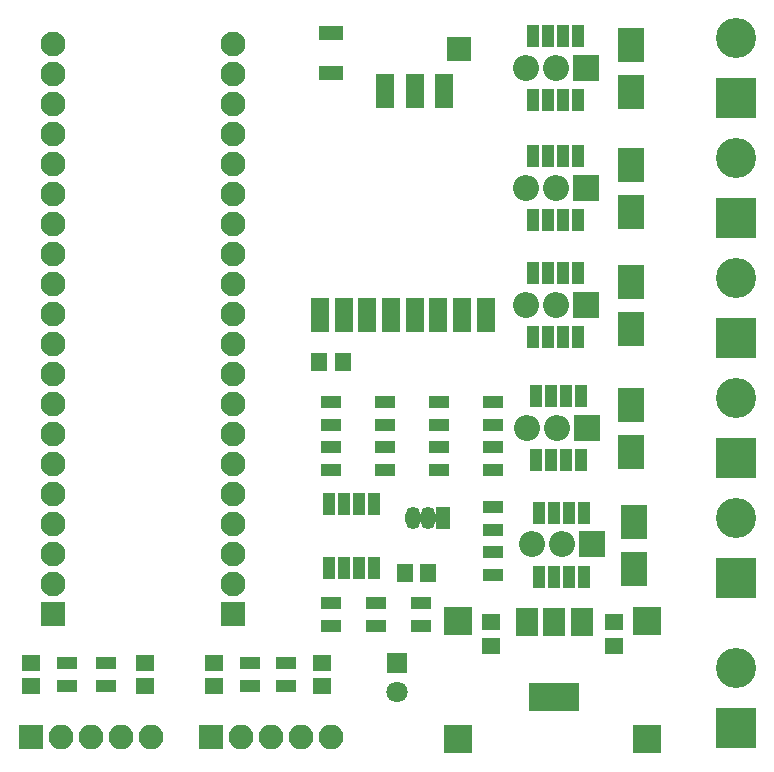
<source format=gts>
G04 #@! TF.FileFunction,Soldermask,Top*
%FSLAX46Y46*%
G04 Gerber Fmt 4.6, Leading zero omitted, Abs format (unit mm)*
G04 Created by KiCad (PCBNEW 4.0.7) date 08/30/18 09:04:44*
%MOMM*%
%LPD*%
G01*
G04 APERTURE LIST*
%ADD10C,0.100000*%
%ADD11R,2.200000X2.200000*%
%ADD12O,2.200000X2.200000*%
%ADD13R,1.000000X1.950000*%
%ADD14R,1.600000X2.924000*%
%ADD15R,1.650000X1.400000*%
%ADD16R,1.400000X1.650000*%
%ADD17R,2.200000X2.900000*%
%ADD18R,3.400000X3.400000*%
%ADD19C,3.400000*%
%ADD20R,2.100000X2.100000*%
%ADD21O,2.100000X2.100000*%
%ADD22R,1.700000X1.100000*%
%ADD23R,2.100000X1.300000*%
%ADD24O,1.300000X1.900000*%
%ADD25R,1.300000X1.900000*%
%ADD26R,1.800000X1.800000*%
%ADD27C,1.800000*%
%ADD28R,2.400000X2.400000*%
%ADD29R,4.200000X2.400000*%
%ADD30R,1.900000X2.400000*%
%ADD31C,2.100000*%
G04 APERTURE END LIST*
D10*
D11*
X203200000Y-73660000D03*
D12*
X200660000Y-73660000D03*
X198120000Y-73660000D03*
D11*
X203200000Y-83820000D03*
D12*
X200660000Y-83820000D03*
X198120000Y-83820000D03*
D11*
X203200000Y-93726000D03*
D12*
X200660000Y-93726000D03*
X198120000Y-93726000D03*
D11*
X203327000Y-104140000D03*
D12*
X200787000Y-104140000D03*
X198247000Y-104140000D03*
D11*
X203708000Y-113919000D03*
D12*
X201168000Y-113919000D03*
X198628000Y-113919000D03*
D13*
X185293000Y-110584000D03*
X184023000Y-110584000D03*
X182753000Y-110584000D03*
X181483000Y-110584000D03*
X181483000Y-115984000D03*
X182753000Y-115984000D03*
X184023000Y-115984000D03*
X185293000Y-115984000D03*
D14*
X180706000Y-94582000D03*
X182706000Y-94582000D03*
X184706000Y-94582000D03*
X186706000Y-94582000D03*
X188706000Y-94582000D03*
X190706000Y-94582000D03*
X192706000Y-94582000D03*
X194706000Y-94582000D03*
X188706000Y-75582000D03*
X186206000Y-75582000D03*
X191206000Y-75582000D03*
D15*
X165862000Y-123968000D03*
X165862000Y-125968000D03*
X180848000Y-123968000D03*
X180848000Y-125968000D03*
D16*
X180610000Y-98552000D03*
X182610000Y-98552000D03*
D17*
X207264000Y-116046000D03*
X207264000Y-112046000D03*
X207010000Y-95726000D03*
X207010000Y-91726000D03*
X207010000Y-75660000D03*
X207010000Y-71660000D03*
X207010000Y-106140000D03*
X207010000Y-102140000D03*
X207010000Y-85820000D03*
X207010000Y-81820000D03*
D18*
X215900000Y-129540000D03*
D19*
X215900000Y-124460000D03*
D20*
X156210000Y-130302000D03*
D21*
X158750000Y-130302000D03*
X161290000Y-130302000D03*
X163830000Y-130302000D03*
X166370000Y-130302000D03*
D20*
X171450000Y-130302000D03*
D21*
X173990000Y-130302000D03*
X176530000Y-130302000D03*
X179070000Y-130302000D03*
X181610000Y-130302000D03*
D18*
X215900000Y-116840000D03*
D19*
X215900000Y-111760000D03*
D18*
X215900000Y-96520000D03*
D19*
X215900000Y-91440000D03*
D18*
X215900000Y-76200000D03*
D19*
X215900000Y-71120000D03*
D20*
X192468500Y-72009000D03*
D18*
X215900000Y-106680000D03*
D19*
X215900000Y-101600000D03*
D18*
X215900000Y-86360000D03*
D19*
X215900000Y-81280000D03*
D13*
X199263000Y-116746000D03*
X200533000Y-116746000D03*
X201803000Y-116746000D03*
X203073000Y-116746000D03*
X203073000Y-111346000D03*
X201803000Y-111346000D03*
X200533000Y-111346000D03*
X199263000Y-111346000D03*
X198755000Y-96426000D03*
X200025000Y-96426000D03*
X201295000Y-96426000D03*
X202565000Y-96426000D03*
X202565000Y-91026000D03*
X201295000Y-91026000D03*
X200025000Y-91026000D03*
X198755000Y-91026000D03*
X198755000Y-76360000D03*
X200025000Y-76360000D03*
X201295000Y-76360000D03*
X202565000Y-76360000D03*
X202565000Y-70960000D03*
X201295000Y-70960000D03*
X200025000Y-70960000D03*
X198755000Y-70960000D03*
X199009000Y-106840000D03*
X200279000Y-106840000D03*
X201549000Y-106840000D03*
X202819000Y-106840000D03*
X202819000Y-101440000D03*
X201549000Y-101440000D03*
X200279000Y-101440000D03*
X199009000Y-101440000D03*
X198755000Y-86520000D03*
X200025000Y-86520000D03*
X201295000Y-86520000D03*
X202565000Y-86520000D03*
X202565000Y-81120000D03*
X201295000Y-81120000D03*
X200025000Y-81120000D03*
X198755000Y-81120000D03*
D22*
X159258000Y-124018000D03*
X159258000Y-125918000D03*
X162560000Y-124018000D03*
X162560000Y-125918000D03*
X177800000Y-124018000D03*
X177800000Y-125918000D03*
X181610000Y-120838000D03*
X181610000Y-118938000D03*
X195326000Y-112710000D03*
X195326000Y-110810000D03*
X190754000Y-103820000D03*
X190754000Y-101920000D03*
X181610000Y-103820000D03*
X181610000Y-101920000D03*
X195326000Y-116520000D03*
X195326000Y-114620000D03*
X190754000Y-107630000D03*
X190754000Y-105730000D03*
X181610000Y-107630000D03*
X181610000Y-105730000D03*
X195326000Y-103820000D03*
X195326000Y-101920000D03*
X186182000Y-103820000D03*
X186182000Y-101920000D03*
X195326000Y-107630000D03*
X195326000Y-105730000D03*
X186182000Y-107630000D03*
X186182000Y-105730000D03*
D23*
X181610000Y-74090000D03*
X181610000Y-70690000D03*
D24*
X189865000Y-111696500D03*
X188595000Y-111696500D03*
D25*
X191135000Y-111696500D03*
D15*
X156210000Y-125968000D03*
X156210000Y-123968000D03*
X171704000Y-125968000D03*
X171704000Y-123968000D03*
D26*
X187198000Y-124022000D03*
D27*
X187198000Y-126422000D03*
D22*
X174752000Y-124018000D03*
X174752000Y-125918000D03*
X185420000Y-120838000D03*
X185420000Y-118938000D03*
X189230000Y-120838000D03*
X189230000Y-118938000D03*
D28*
X208406000Y-120476000D03*
X208406000Y-130476000D03*
X192406000Y-120476000D03*
X192406000Y-130476000D03*
D15*
X205613000Y-120539000D03*
X205613000Y-122539000D03*
X195199000Y-120539000D03*
X195199000Y-122539000D03*
D29*
X200533000Y-126848000D03*
D30*
X200533000Y-120548000D03*
X198233000Y-120548000D03*
X202833000Y-120548000D03*
D20*
X158115000Y-119888000D03*
D31*
X158115000Y-117348000D03*
X158115000Y-114808000D03*
X158115000Y-112268000D03*
X158115000Y-109728000D03*
X158115000Y-107188000D03*
X158115000Y-104648000D03*
X158115000Y-102108000D03*
X158115000Y-99568000D03*
X158115000Y-97028000D03*
X158115000Y-94488000D03*
X158115000Y-91948000D03*
X158115000Y-89408000D03*
X158115000Y-86868000D03*
X158115000Y-84328000D03*
X158115000Y-81788000D03*
X158115000Y-79248000D03*
X158115000Y-76708000D03*
X158115000Y-74168000D03*
X158115000Y-71628000D03*
X173355000Y-71628000D03*
X173355000Y-74168000D03*
X173355000Y-76708000D03*
X173355000Y-79248000D03*
X173355000Y-81788000D03*
X173355000Y-84328000D03*
X173355000Y-86868000D03*
X173355000Y-89408000D03*
X173355000Y-91948000D03*
X173355000Y-94488000D03*
X173355000Y-97028000D03*
X173355000Y-99568000D03*
X173355000Y-102108000D03*
X173355000Y-104648000D03*
X173355000Y-107188000D03*
X173355000Y-109728000D03*
X173355000Y-112268000D03*
X173355000Y-114808000D03*
X173355000Y-117348000D03*
D20*
X173355000Y-119888000D03*
D16*
X187849000Y-116395500D03*
X189849000Y-116395500D03*
M02*

</source>
